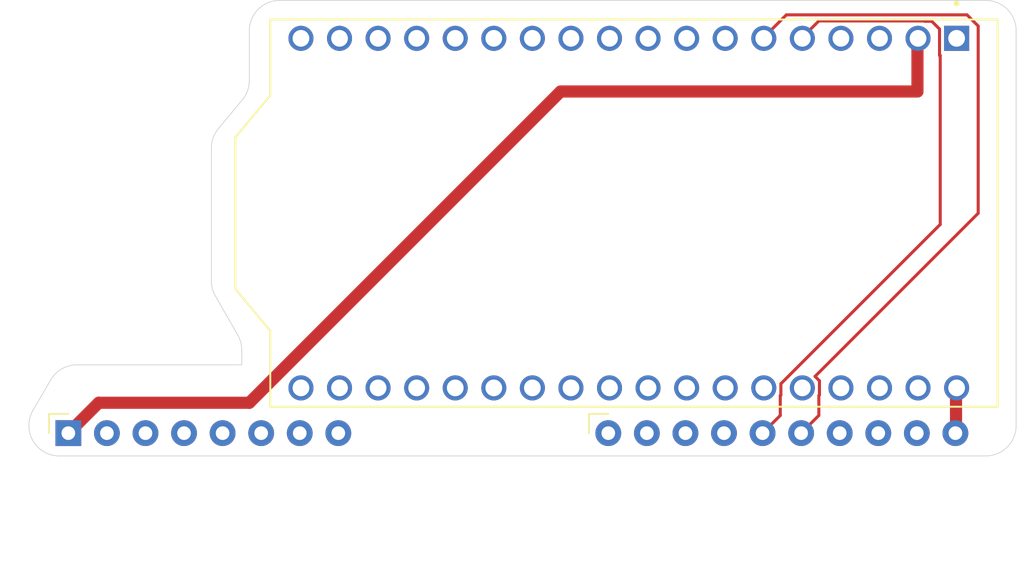
<source format=kicad_pcb>
(kicad_pcb (version 20241229) (generator "pcbnew") (generator_version "9.0")
  (layers (0 "F.Cu" signal) (2 "B.Cu" signal) (13 "F.Paste" user) (15 "B.Paste" user) (5 "F.SilkS" user "F.Silkscreen") (7 "B.SilkS" user "B.Silkscreen") (1 "F.Mask" user) (3 "B.Mask" user) (25 "Edge.Cuts" user))
  (net 0 "")
  (net 3 "Net-(A1-5V)")
  (net 5 "Net-(A1-USART1.TX)")
  (net 13 "Net-(A1-USART1.RX)")
  (net 21 "VE")
  (net 29 "GND")
  (footprint "WIFI_KIT_32__V3:MODULE_WIFI_KIT_32__V3_" (layer "F.Cu") (at 130.18 65.01 -90)
    (property "Reference" "U1" (hide yes))
    (property "Value" "WIFI_KIT_32__V3_" (hide yes))
    (fp_line (start -5 25.1) (end 5 25.1) (stroke (width 0.127)) (layer "F.SilkS"))
    (fp_line (start 5 25.1) (end 7.75 22.8) (stroke (width 0.127)) (layer "F.SilkS"))
    (fp_line (start -12.75 22.8) (end -12.75 -25.1) (stroke (width 0.127)) (layer "F.SilkS"))
    (fp_line (start -7.75 22.8) (end -5 25.1) (stroke (width 0.127)) (layer "F.SilkS"))
    (fp_line (start -7.75 22.8) (end -12.75 22.8) (stroke (width 0.127)) (layer "F.SilkS"))
    (fp_line (start 12.75 22.8) (end 7.75 22.8) (stroke (width 0.127)) (layer "F.SilkS"))
    (fp_line (start -12.75 -25.1) (end 12.75 -25.1) (stroke (width 0.127)) (layer "F.SilkS"))
    (fp_line (start 12.75 -25.1) (end 12.75 22.8) (stroke (width 0.127)) (layer "F.SilkS"))
    (fp_circle (center -13.8 -22.4) (end -13.7 -22.4) (stroke (width 0.2)) (fill no) (layer "F.SilkS"))
    (pad "J2_1" thru_hole rect (at -11.51 -22.4 270) (size 1.65 1.65) (drill 1.1) (layers "*.Cu" "*.Mask") (net 29 "GND"))
    (pad "J2_2" thru_hole circle (at -11.51 -19.86 270) (size 1.65 1.65) (drill 1.1) (layers "*.Cu" "*.Mask") (net 3 "Net-(A1-5V)"))
    (pad "J2_3" thru_hole circle (at -11.51 -17.32 270) (size 1.65 1.65) (drill 1.1) (layers "*.Cu" "*.Mask") (net 21 "VE"))
    (pad "J2_4" thru_hole circle (at -11.51 -14.78 270) (size 1.65 1.65) (drill 1.1) (layers "*.Cu" "*.Mask") (net 21 "VE"))
    (pad "J2_5" thru_hole circle (at -11.51 -12.24 270) (size 1.65 1.65) (drill 1.1) (layers "*.Cu" "*.Mask") (net 5 "Net-(A1-USART1.TX)"))
    (pad "J2_6" thru_hole circle (at -11.51 -9.7 270) (size 1.65 1.65) (drill 1.1) (layers "*.Cu" "*.Mask") (net 13 "Net-(A1-USART1.RX)"))
    (pad "J2_7" thru_hole circle (at -11.51 -7.16 270) (size 1.65 1.65) (drill 1.1) (layers "*.Cu" "*.Mask"))
    (pad "J2_8" thru_hole circle (at -11.51 -4.62 270) (size 1.65 1.65) (drill 1.1) (layers "*.Cu" "*.Mask"))
    (pad "J2_9" thru_hole circle (at -11.51 -2.08 270) (size 1.65 1.65) (drill 1.1) (layers "*.Cu" "*.Mask"))
    (pad "J2_10" thru_hole circle (at -11.51 0.46 270) (size 1.65 1.65) (drill 1.1) (layers "*.Cu" "*.Mask"))
    (pad "J2_11" thru_hole circle (at -11.51 3 270) (size 1.65 1.65) (drill 1.1) (layers "*.Cu" "*.Mask"))
    (pad "J2_12" thru_hole circle (at -11.51 5.54 270) (size 1.65 1.65) (drill 1.1) (layers "*.Cu" "*.Mask"))
    (pad "J2_13" thru_hole circle (at -11.51 8.08 270) (size 1.65 1.65) (drill 1.1) (layers "*.Cu" "*.Mask"))
    (pad "J2_14" thru_hole circle (at -11.51 10.62 270) (size 1.65 1.65) (drill 1.1) (layers "*.Cu" "*.Mask"))
    (pad "J2_15" thru_hole circle (at -11.51 13.16 270) (size 1.65 1.65) (drill 1.1) (layers "*.Cu" "*.Mask"))
    (pad "J2_16" thru_hole circle (at -11.51 15.7 270) (size 1.65 1.65) (drill 1.1) (layers "*.Cu" "*.Mask"))
    (pad "J2_17" thru_hole circle (at -11.51 18.24 270) (size 1.65 1.65) (drill 1.1) (layers "*.Cu" "*.Mask"))
    (pad "J2_18" thru_hole circle (at -11.51 20.78 270) (size 1.65 1.65) (drill 1.1) (layers "*.Cu" "*.Mask"))
    (pad "J3_1" thru_hole circle (at 11.51 -22.4 270) (size 1.65 1.65) (drill 1.1) (layers "*.Cu" "*.Mask") (net 29 "GND"))
    (pad "J3_2" thru_hole circle (at 11.51 -19.86 270) (size 1.65 1.65) (drill 1.1) (layers "*.Cu" "*.Mask"))
    (pad "J3_3" thru_hole circle (at 11.51 -17.32 270) (size 1.65 1.65) (drill 1.1) (layers "*.Cu" "*.Mask"))
    (pad "J3_4" thru_hole circle (at 11.51 -14.78 270) (size 1.65 1.65) (drill 1.1) (layers "*.Cu" "*.Mask"))
    (pad "J3_5" thru_hole circle (at 11.51 -12.24 270) (size 1.65 1.65) (drill 1.1) (layers "*.Cu" "*.Mask"))
    (pad "J3_6" thru_hole circle (at 11.51 -9.7 270) (size 1.65 1.65) (drill 1.1) (layers "*.Cu" "*.Mask"))
    (pad "J3_7" thru_hole circle (at 11.51 -7.16 270) (size 1.65 1.65) (drill 1.1) (layers "*.Cu" "*.Mask"))
    (pad "J3_8" thru_hole circle (at 11.51 -4.62 270) (size 1.65 1.65) (drill 1.1) (layers "*.Cu" "*.Mask"))
    (pad "J3_9" thru_hole circle (at 11.51 -2.08 270) (size 1.65 1.65) (drill 1.1) (layers "*.Cu" "*.Mask"))
    (pad "J3_10" thru_hole circle (at 11.51 0.46 270) (size 1.65 1.65) (drill 1.1) (layers "*.Cu" "*.Mask"))
    (pad "J3_11" thru_hole circle (at 11.51 3 270) (size 1.65 1.65) (drill 1.1) (layers "*.Cu" "*.Mask"))
    (pad "J3_12" thru_hole circle (at 11.51 5.54 270) (size 1.65 1.65) (drill 1.1) (layers "*.Cu" "*.Mask"))
    (pad "J3_13" thru_hole circle (at 11.51 8.08 270) (size 1.65 1.65) (drill 1.1) (layers "*.Cu" "*.Mask"))
    (pad "J3_14" thru_hole circle (at 11.51 10.62 270) (size 1.65 1.65) (drill 1.1) (layers "*.Cu" "*.Mask"))
    (pad "J3_15" thru_hole circle (at 11.51 13.16 270) (size 1.65 1.65) (drill 1.1) (layers "*.Cu" "*.Mask"))
    (pad "J3_16" thru_hole circle (at 11.51 15.7 270) (size 1.65 1.65) (drill 1.1) (layers "*.Cu" "*.Mask"))
    (pad "J3_17" thru_hole circle (at 11.51 18.24 270) (size 1.65 1.65) (drill 1.1) (layers "*.Cu" "*.Mask"))
    (pad "J3_18" thru_hole circle (at 11.51 20.78 270) (size 1.65 1.65) (drill 1.1) (layers "*.Cu" "*.Mask"))
  )
  (footprint "Module:Flipper_Zero_Angled" (layer "F.Cu") (at 94.08 79.5)
    (property "Reference" "A1" (hide yes))
    (property "Value" "Flipper_Zero")
    (fp_line (start -1.27 -1.27) (end -1.27 0) (stroke (width 0.12)) (layer "F.SilkS"))
    (fp_line (start 0 -1.27) (end -1.27 -1.27) (stroke (width 0.12)) (layer "F.SilkS"))
    (fp_line (start 34.29 -1.27) (end 34.29 0) (stroke (width 0.12)) (layer "F.SilkS"))
    (fp_line (start 35.56 -1.27) (end 34.29 -1.27) (stroke (width 0.12)) (layer "F.SilkS"))
    (pad "1" thru_hole rect (at 0 0 90) (size 1.7 1.7) (drill 0.9) (layers "*.Cu" "*.Mask") (net 3 "Net-(A1-5V)"))
    (pad "2" thru_hole oval (at 2.54 0 90) (size 1.7 1.7) (drill 0.9) (layers "*.Cu" "*.Mask"))
    (pad "3" thru_hole oval (at 5.08 0 90) (size 1.7 1.7) (drill 0.9) (layers "*.Cu" "*.Mask"))
    (pad "4" thru_hole oval (at 7.62 0 90) (size 1.7 1.7) (drill 0.9) (layers "*.Cu" "*.Mask"))
    (pad "5" thru_hole oval (at 10.16 0 90) (size 1.7 1.7) (drill 0.9) (layers "*.Cu" "*.Mask"))
    (pad "6" thru_hole oval (at 12.7 0 90) (size 1.7 1.7) (drill 0.9) (layers "*.Cu" "*.Mask"))
    (pad "7" thru_hole oval (at 15.24 0 90) (size 1.7 1.7) (drill 0.9) (layers "*.Cu" "*.Mask"))
    (pad "8" thru_hole oval (at 17.78 0 90) (size 1.7 1.7) (drill 0.9) (layers "*.Cu" "*.Mask") (net 29 "GND"))
    (pad "9" thru_hole oval (at 35.56 0 90) (size 1.7 1.7) (drill 0.9) (layers "*.Cu" "*.Mask"))
    (pad "10" thru_hole oval (at 38.1 0 90) (size 1.7 1.7) (drill 0.9) (layers "*.Cu" "*.Mask"))
    (pad "11" thru_hole oval (at 40.64 0 90) (size 1.7 1.7) (drill 0.9) (layers "*.Cu" "*.Mask") (net 29 "GND"))
    (pad "12" thru_hole oval (at 43.18 0 90) (size 1.7 1.7) (drill 0.9) (layers "*.Cu" "*.Mask"))
    (pad "13" thru_hole oval (at 45.72 0 90) (size 1.7 1.7) (drill 0.9) (layers "*.Cu" "*.Mask") (net 5 "Net-(A1-USART1.TX)"))
    (pad "14" thru_hole oval (at 48.26 0 90) (size 1.7 1.7) (drill 0.9) (layers "*.Cu" "*.Mask") (net 13 "Net-(A1-USART1.RX)"))
    (pad "15" thru_hole oval (at 50.8 0 90) (size 1.7 1.7) (drill 0.9) (layers "*.Cu" "*.Mask"))
    (pad "16" thru_hole oval (at 53.34 0 90) (size 1.7 1.7) (drill 0.9) (layers "*.Cu" "*.Mask"))
    (pad "17" thru_hole oval (at 55.88 0 90) (size 1.7 1.7) (drill 0.9) (layers "*.Cu" "*.Mask"))
    (pad "18" thru_hole oval (at 58.42 0 90) (size 1.7 1.7) (drill 0.9) (layers "*.Cu" "*.Mask") (net 29 "GND"))
  )
  (gr_arc (start 156.5 79) (mid 155.914214 80.414214) (end 154.5 81) (stroke (width 0.05)) (layer "Edge.Cuts"))
  (gr_arc (start 103.5 60.7241) (mid 103.619457 60.043249) (end 103.963558 59.443731) (stroke (width 0.05)) (layer "Edge.Cuts"))
  (gr_line (start 105.5 75) (end 94.648741 75) (stroke (width 0.05)) (layer "Edge.Cuts"))
  (gr_arc (start 106 56.2759) (mid 105.880543 56.95675) (end 105.536443 57.556269) (stroke (width 0.05)) (layer "Edge.Cuts"))
  (gr_line (start 93.482074 81) (end 154.5 81) (stroke (width 0.05)) (layer "Edge.Cuts"))
  (gr_arc (start 105.236486 73.038851) (mid 105.432999 73.517793) (end 105.5 74.031129) (stroke (width 0.05)) (layer "Edge.Cuts"))
  (gr_line (start 103.5 60.7241) (end 103.5 69.468871) (stroke (width 0.05)) (layer "Edge.Cuts"))
  (gr_line (start 156.5 79) (end 156.5 53) (stroke (width 0.05)) (layer "Edge.Cuts"))
  (gr_arc (start 106 53) (mid 106.585786 51.585786) (end 108 51) (stroke (width 0.05)) (layer "Edge.Cuts"))
  (gr_arc (start 93.482074 81) (mid 91.747813 79.996116) (end 91.754516 77.992258) (stroke (width 0.05)) (layer "Edge.Cuts"))
  (gr_line (start 92.921183 75.992258) (end 91.754516 77.992258) (stroke (width 0.05)) (layer "Edge.Cuts"))
  (gr_line (start 105.536443 57.556269) (end 103.963558 59.443731) (stroke (width 0.05)) (layer "Edge.Cuts"))
  (gr_line (start 105.5 74.031129) (end 105.5 75) (stroke (width 0.05)) (layer "Edge.Cuts"))
  (gr_line (start 154.5 51) (end 108 51) (stroke (width 0.05)) (layer "Edge.Cuts"))
  (gr_line (start 103.763514 70.461149) (end 105.236486 73.038851) (stroke (width 0.05)) (layer "Edge.Cuts"))
  (gr_line (start 106 53) (end 106 56.2759) (stroke (width 0.05)) (layer "Edge.Cuts"))
  (gr_arc (start 103.763514 70.461149) (mid 103.567001 69.982207) (end 103.5 69.468871) (stroke (width 0.05)) (layer "Edge.Cuts"))
  (gr_arc (start 92.921183 75.992258) (mid 93.652619 75.265716) (end 94.648741 75) (stroke (width 0.05)) (layer "Edge.Cuts"))
  (gr_arc (start 154.5 51) (mid 155.914214 51.585786) (end 156.5 53) (stroke (width 0.05)) (layer "Edge.Cuts"))
  (segment (start 126.5 57) (end 150 57) (width 0.8) (layer "F.Cu") (net 3))
  (segment (start 94.08 79.5) (end 96.08 77.5) (width 0.8) (layer "F.Cu") (net 3))
  (segment (start 96.08 77.5) (end 106 77.5) (width 0.8) (layer "F.Cu") (net 3))
  (segment (start 150.02 53.48) (end 150 53.48) (width 0.6) (layer "F.Cu") (net 3))
  (segment (start 150 53.54) (end 150.04 53.5) (width 0.8) (layer "F.Cu") (net 3))
  (segment (start 150.04 53.5) (end 150.02 53.48) (width 0.6) (layer "F.Cu") (net 3))
  (segment (start 150 57) (end 150 53.54) (width 0.8) (layer "F.Cu") (net 3))
  (segment (start 106 77.5) (end 126.5 57) (width 0.8) (layer "F.Cu") (net 3))
  (segment (start 143.506 52.354) (end 150.466405 52.354) (width 0.2) (layer "F.Cu") (net 5))
  (segment (start 150.486405 52.374) (end 150.940203 52.374) (width 0.2) (layer "F.Cu") (net 5))
  (segment (start 151.5 65.753595) (end 141.006 76.247595) (width 0.2) (layer "F.Cu") (net 5))
  (segment (start 151.454 52.887797) (end 151.454 54.626) (width 0.2) (layer "F.Cu") (net 5))
  (segment (start 141.006 76.247595) (end 141.006 76.986405) (width 0.2) (layer "F.Cu") (net 5))
  (segment (start 150.940203 52.374) (end 151.454 52.887797) (width 0.2) (layer "F.Cu") (net 5))
  (segment (start 140.966 78.334) (end 139.8 79.5) (width 0.2) (layer "F.Cu") (net 5))
  (segment (start 142.38 53.48) (end 143.506 52.354) (width 0.2) (layer "F.Cu") (net 5))
  (segment (start 151.454 54.626) (end 151.5 54.626) (width 0.2) (layer "F.Cu") (net 5))
  (segment (start 141.006 76.986405) (end 140.966 77.026405) (width 0.2) (layer "F.Cu") (net 5))
  (segment (start 140.966 77.026405) (end 140.966 78.334) (width 0.2) (layer "F.Cu") (net 5))
  (segment (start 150.466405 52.354) (end 150.486405 52.374) (width 0.2) (layer "F.Cu") (net 5))
  (segment (start 151.5 54.626) (end 151.5 65.753595) (width 0.2) (layer "F.Cu") (net 5))
  (segment (start 141.367 51.953) (end 153.265 51.953) (width 0.2) (layer "F.Cu") (net 13))
  (segment (start 143.546 76.986405) (end 143.506 77.026405) (width 0.2) (layer "F.Cu") (net 13))
  (segment (start 143.506 78.334) (end 142.34 79.5) (width 0.2) (layer "F.Cu") (net 13))
  (segment (start 139.84 53.48) (end 141.367 51.953) (width 0.2) (layer "F.Cu") (net 13))
  (segment (start 143.546 76.053595) (end 143.546 76.986405) (width 0.2) (layer "F.Cu") (net 13))
  (segment (start 154 52.688) (end 154 65.019798) (width 0.2) (layer "F.Cu") (net 13))
  (segment (start 143.256101 75.763696) (end 143.546 76.053595) (width 0.2) (layer "F.Cu") (net 13))
  (segment (start 153.265 51.953) (end 154 52.688) (width 0.2) (layer "F.Cu") (net 13))
  (segment (start 154 65.019798) (end 143.256101 75.763696) (width 0.2) (layer "F.Cu") (net 13))
  (segment (start 143.506 77.026405) (end 143.506 78.334) (width 0.2) (layer "F.Cu") (net 13))
  (segment (start 152.54 76.5) (end 152.54 79.46) (width 0.8) (layer "F.Cu") (net 29))
  (segment (start 152.54 79.46) (end 152.5 79.5) (width 0.2) (layer "F.Cu") (net 29))
)
</source>
